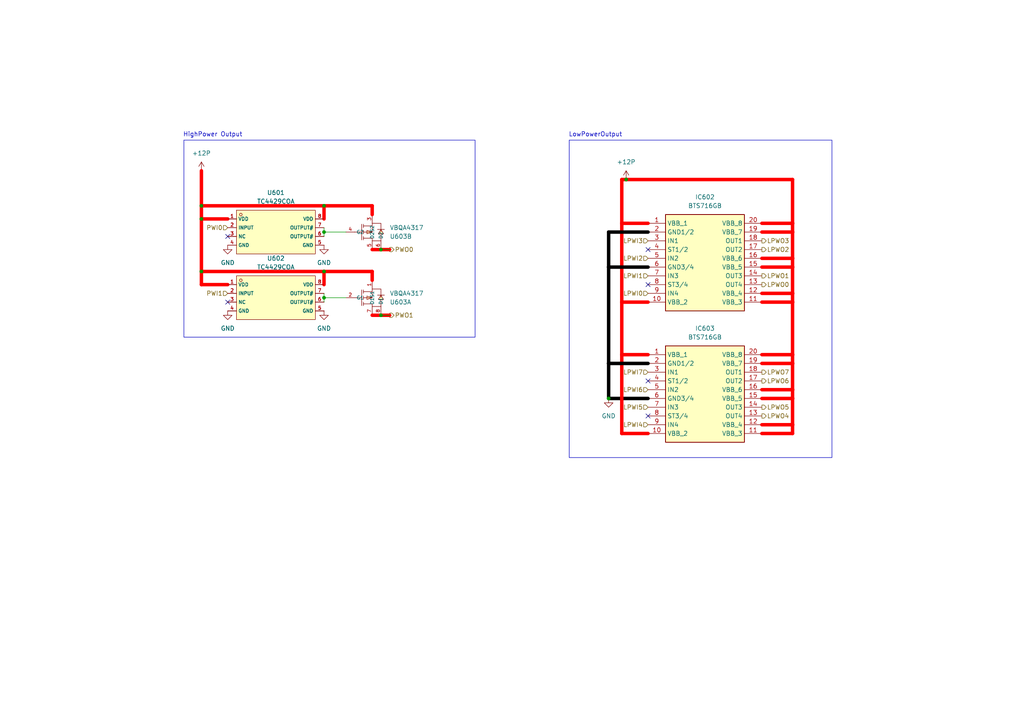
<source format=kicad_sch>
(kicad_sch (version 20250114) (generator "eeschema") (generator_version "9.0")
  (paper "A4")
  (lib_symbols
    (symbol "BTS716GB:BTS716GB"
      (property "Reference" "IC" (at 29.21 7.62 0))
      (property "Value" "BTS716GB" (at 29.21 5.08 0))
      (symbol "BTS716GB_1_1"
        (rectangle (start 5.08 2.54) (end 27.94 -25.4) (stroke (width 0.254)) (fill (type background)))
        (pin passive line (at 0 0 0) (length 5.08) (name "VBB_1") (number "1"))
        (pin passive line (at 0 -2.54 0) (length 5.08) (name "GND1/2") (number "2"))
        (pin passive line (at 0 -5.08 0) (length 5.08) (name "IN1") (number "3"))
        (pin passive line (at 0 -7.62 0) (length 5.08) (name "ST1/2") (number "4"))
        (pin passive line (at 0 -10.16 0) (length 5.08) (name "IN2") (number "5"))
        (pin passive line (at 0 -12.7 0) (length 5.08) (name "GND3/4") (number "6"))
        (pin passive line (at 0 -15.24 0) (length 5.08) (name "IN3") (number "7"))
        (pin passive line (at 0 -17.78 0) (length 5.08) (name "ST3/4") (number "8"))
        (pin passive line (at 0 -20.32 0) (length 5.08) (name "IN4") (number "9"))
        (pin passive line (at 0 -22.86 0) (length 5.08) (name "VBB_2") (number "10"))
        (pin passive line (at 33.02 0 180) (length 5.08) (name "VBB_8") (number "20"))
        (pin passive line (at 33.02 -2.54 180) (length 5.08) (name "VBB_7") (number "19"))
        (pin passive line (at 33.02 -5.08 180) (length 5.08) (name "OUT1") (number "18"))
        (pin passive line (at 33.02 -7.62 180) (length 5.08) (name "OUT2") (number "17"))
        (pin passive line (at 33.02 -10.16 180) (length 5.08) (name "VBB_6") (number "16"))
        (pin passive line (at 33.02 -12.7 180) (length 5.08) (name "VBB_5") (number "15"))
        (pin passive line (at 33.02 -15.24 180) (length 5.08) (name "OUT3") (number "14"))
        (pin passive line (at 33.02 -17.78 180) (length 5.08) (name "OUT4") (number "13"))
        (pin passive line (at 33.02 -20.32 180) (length 5.08) (name "VBB_4") (number "12"))
        (pin passive line (at 33.02 -22.86 180) (length 5.08) (name "VBB_3") (number "11"))
      )
    )
    (symbol "TC4429COA:TC4429COA"
      (property "Reference" "U" (at 0 1.27 0))
      (property "Value" "TC4429COA" (at 0 -2.54 0))
      (symbol "TC4429COA_0_1"
        (rectangle (start -11.43 6.35) (end 11.43 -6.35) (fill (type background)))
        (circle (center -10.16 5.08) (radius 0.381) (fill (type background)))
        (pin unspecified line (at -13.97 3.81 0) (length 2.54) (name "VDD") (number "1"))
        (pin unspecified line (at -13.97 1.27 0) (length 2.54) (name "INPUT") (number "2"))
        (pin unspecified line (at -13.97 -1.27 0) (length 2.54) (name "NC") (number "3"))
        (pin unspecified line (at -13.97 -3.81 0) (length 2.54) (name "GND") (number "4"))
        (pin unspecified line (at 13.97 3.81 180) (length 2.54) (name "VDD") (number "8"))
        (pin unspecified line (at 13.97 1.27 180) (length 2.54) (name "OUTPUT#") (number "7"))
        (pin unspecified line (at 13.97 -1.27 180) (length 2.54) (name "OUTPUT#") (number "6"))
        (pin unspecified line (at 13.97 -3.81 180) (length 2.54) (name "GND") (number "5"))
      )
    )
    (symbol "VBQA4317:VBQA4317"
      (property "Reference" "U" (at 0 1.27 0))
      (property "Value" "VBQA4317" (at 0 -2.54 0))
      (symbol "VBQA4317_1_1"
        (polyline (pts (xy -5.08 0) (xy -3.048 0)))
        (polyline (pts (xy -3.048 2.286) (xy -3.048 -2.286)))
        (polyline (pts (xy -2.54 2.286) (xy -2.54 1.27)))
        (polyline (pts (xy -2.54 1.778) (xy 0 1.778) (xy 0 2.54) (xy 2.54 2.54) (xy 2.54 2.54) (xy 2.54 2.54) (xy 2.54 0.508)))
        (polyline (pts (xy -2.54 0) (xy 0 0) (xy 0 -2.54) (xy 2.54 -2.54) (xy 2.54 0)))
        (polyline (pts (xy -2.54 -0.508) (xy -2.54 0.508)))
        (polyline (pts (xy -2.54 -2.286) (xy -2.54 -1.27)))
        (polyline (pts (xy 0 0) (xy -1.524 0.508) (xy -1.524 -0.508) (xy 0 0)) (fill (type background)))
        (polyline (pts (xy 0 -1.778) (xy -2.54 -1.778)))
        (polyline (pts (xy 2.54 -0.762) (xy 1.778 0.508) (xy 3.302 0.508) (xy 2.54 -0.762)) (fill (type background)))
        (polyline (pts (xy 3.556 -0.762) (xy 3.048 -0.762) (xy 2.032 -0.762) (xy 1.524 -0.762)))
        (pin unspecified line (at -7.62 0 0) (length 2.54) (name "G1") (number "2"))
        (pin unspecified line (at 0 5.08 270) (length 2.54) (name "D1") (number "7"))
        (pin unspecified line (at 0 -5.08 90) (length 2.54) (name "S1") (number "1"))
        (pin unspecified line (at 2.54 5.08 270) (length 2.54) (name "D1") (number "8"))
      )
      (symbol "VBQA4317_2_1"
        (polyline (pts (xy -5.08 0) (xy -3.048 0)))
        (polyline (pts (xy -3.048 2.286) (xy -3.048 -2.286)))
        (polyline (pts (xy -2.54 2.286) (xy -2.54 1.27)))
        (polyline (pts (xy -2.54 1.778) (xy 0 1.778) (xy 0 2.54) (xy 2.54 2.54) (xy 2.54 2.54) (xy 2.54 0.508)))
        (polyline (pts (xy -2.54 0) (xy 0 0) (xy 0 -2.54) (xy 2.54 -2.54) (xy 2.54 0)))
        (polyline (pts (xy -2.54 -0.508) (xy -2.54 0.508)))
        (polyline (pts (xy -2.54 -2.286) (xy -2.54 -1.27)))
        (polyline (pts (xy 0 0) (xy -1.524 0.508) (xy -1.524 -0.508) (xy 0 0)) (fill (type background)))
        (polyline (pts (xy 0 -1.778) (xy -2.54 -1.778)))
        (polyline (pts (xy 2.54 -0.762) (xy 1.778 0.508) (xy 3.302 0.508) (xy 2.54 -0.762)) (fill (type background)))
        (polyline (pts (xy 3.556 -0.762) (xy 3.048 -0.762) (xy 2.032 -0.762) (xy 1.524 -0.762)))
        (pin unspecified line (at -7.62 0 0) (length 2.54) (name "G2") (number "4"))
        (pin unspecified line (at 0 5.08 270) (length 2.54) (name "D2") (number "5"))
        (pin unspecified line (at 0 -5.08 90) (length 2.54) (name "S2") (number "3"))
        (pin unspecified line (at 2.54 5.08 270) (length 2.54) (name "D2") (number "6"))
      )
    )
    (symbol "power:+12P" (power) (pin_numbers (hide yes)) (pin_names (offset 0) (hide yes))
      (property "Value" "+12P" (at 0 3.556 0))
      (symbol "+12P_0_1"
        (polyline (pts (xy -0.762 1.27) (xy 0 2.54)))
        (polyline (pts (xy 0 2.54) (xy 0.762 1.27)))
        (polyline (pts (xy 0 0) (xy 0 2.54)))
      )
      (symbol "+12P_1_1"
        (pin power_in line (at 0 0 90) (length 0) (name "~") (number "1"))
      )
    )
    (symbol "power:GND" (power) (pin_numbers (hide yes)) (pin_names (offset 0) (hide yes))
      (property "Value" "GND" (at 0 -3.81 0))
      (symbol "GND_0_1"
        (polyline (pts (xy 0 0) (xy 0 -1.27) (xy 1.27 -1.27) (xy 0 -2.54) (xy -1.27 -1.27) (xy 0 -1.27)))
      )
      (symbol "GND_1_1"
        (pin power_in line (at 0 0 270) (length 0) (name "~") (number "1"))
      )
    )
  )
  (rectangle (start 165.1 40.64) (end 241.3 132.715))
  (rectangle (start 53.34 40.64) (end 137.795 97.79))
  (text "HighPower Output\n" (at 61.722 39.116 0) (effects (font (size 1.27 1.27))))
  (text "LowPowerOutput\n" (at 172.72 39.116 0) (effects (font (size 1.27 1.27))))
  (junction (at 58.42 63.5))
  (junction (at 93.98 78.74))
  (junction (at 229.87 123.19) (color 255 0 0 1))
  (junction (at 176.53 105.41) (color 0 0 0 1))
  (junction (at 58.42 59.69))
  (junction (at 229.87 115.57) (color 255 0 0 1))
  (junction (at 110.49 91.44))
  (junction (at 93.98 59.69))
  (junction (at 93.98 86.36))
  (junction (at 181.61 52.07))
  (junction (at 180.34 102.87) (color 255 0 0 1))
  (junction (at 180.34 64.77) (color 255 0 0 1))
  (junction (at 229.87 85.09) (color 255 0 0 1))
  (junction (at 229.87 74.93) (color 255 0 0 1))
  (junction (at 110.49 72.39))
  (junction (at 176.53 115.57))
  (junction (at 229.87 102.87) (color 255 0 0 1))
  (junction (at 229.87 113.03) (color 255 0 0 1))
  (junction (at 93.98 67.31))
  (junction (at 229.87 77.47) (color 255 0 0 1))
  (junction (at 229.87 87.63) (color 255 0 0 1))
  (junction (at 180.34 87.63) (color 255 0 0 1))
  (junction (at 229.87 105.41) (color 255 0 0 1))
  (junction (at 229.87 64.77) (color 255 0 0 1))
  (junction (at 229.87 67.31) (color 255 0 0 1))
  (junction (at 176.53 77.47) (color 0 0 0 1))
  (junction (at 58.42 78.74))
  (no_connect (at 66.04 87.63))
  (no_connect (at 187.96 120.65))
  (no_connect (at 187.96 82.55))
  (no_connect (at 66.04 68.58))
  (no_connect (at 187.96 110.49))
  (no_connect (at 187.96 72.39))
  (wire (pts (xy 176.53 105.41) (xy 187.96 105.41)) (stroke (width 1) (color 0 0 0 1)))
  (wire (pts (xy 113.03 91.44) (xy 110.49 91.44)))
  (wire (pts (xy 58.42 59.69) (xy 93.98 59.69)) (stroke (width 1) (color 255 0 0 1)))
  (wire (pts (xy 220.98 87.63) (xy 229.87 87.63)) (stroke (width 1) (color 255 0 0 1)))
  (wire (pts (xy 58.42 63.5) (xy 66.04 63.5)) (stroke (width 1) (color 255 0 0 1)))
  (wire (pts (xy 176.53 77.47) (xy 187.96 77.47)) (stroke (width 1) (color 0 0 0 1)))
  (wire (pts (xy 176.53 77.47) (xy 176.53 105.41)) (stroke (width 1) (color 0 0 0 1)))
  (wire (pts (xy 180.34 102.87) (xy 180.34 125.73)) (stroke (width 1) (color 255 0 0 1)))
  (wire (pts (xy 180.34 52.07) (xy 181.61 52.07)) (stroke (width 1) (color 255 0 0 1)))
  (wire (pts (xy 58.42 59.69) (xy 58.42 63.5)) (stroke (width 1) (color 255 0 0 1)))
  (wire (pts (xy 229.87 115.57) (xy 229.87 123.19)) (stroke (width 1) (color 255 0 0 1)))
  (wire (pts (xy 93.98 86.36) (xy 93.98 87.63)))
  (wire (pts (xy 180.34 87.63) (xy 187.96 87.63)) (stroke (width 1) (color 255 0 0 1)))
  (wire (pts (xy 180.34 102.87) (xy 187.96 102.87)) (stroke (width 1) (color 255 0 0 1)))
  (wire (pts (xy 229.87 77.47) (xy 229.87 85.09)) (stroke (width 1) (color 255 0 0 1)))
  (wire (pts (xy 93.98 86.36) (xy 93.98 85.09)))
  (wire (pts (xy 220.98 74.93) (xy 229.87 74.93)) (stroke (width 1) (color 255 0 0 1)))
  (wire (pts (xy 220.98 115.57) (xy 229.87 115.57)) (stroke (width 1) (color 255 0 0 1)))
  (wire (pts (xy 181.61 52.07) (xy 229.87 52.07)) (stroke (width 1) (color 255 0 0 1)))
  (wire (pts (xy 110.49 91.44) (xy 113.03 91.44)) (stroke (width 1) (color 255 0 0 1)))
  (wire (pts (xy 93.98 59.69) (xy 93.98 63.5)) (stroke (width 1) (color 255 0 0 1)))
  (wire (pts (xy 220.98 64.77) (xy 229.87 64.77)) (stroke (width 1) (color 255 0 0 1)))
  (wire (pts (xy 229.87 87.63) (xy 229.87 102.87)) (stroke (width 1) (color 255 0 0 1)))
  (wire (pts (xy 229.87 67.31) (xy 229.87 74.93)) (stroke (width 1) (color 255 0 0 1)))
  (wire (pts (xy 113.03 72.39) (xy 110.49 72.39)))
  (wire (pts (xy 220.98 123.19) (xy 229.87 123.19)) (stroke (width 1) (color 255 0 0 1)))
  (wire (pts (xy 58.42 63.5) (xy 58.42 78.74)) (stroke (width 1) (color 255 0 0 1)))
  (wire (pts (xy 229.87 74.93) (xy 229.87 77.47)) (stroke (width 1) (color 255 0 0 1)))
  (wire (pts (xy 187.96 125.73) (xy 180.34 125.73)) (stroke (width 1) (color 255 0 0 1)))
  (wire (pts (xy 93.98 66.04) (xy 93.98 67.31)))
  (wire (pts (xy 220.98 113.03) (xy 229.87 113.03)) (stroke (width 1) (color 255 0 0 1)))
  (wire (pts (xy 176.53 115.57) (xy 187.96 115.57)) (stroke (width 1) (color 0 0 0 1)))
  (wire (pts (xy 220.98 105.41) (xy 229.87 105.41)) (stroke (width 1) (color 255 0 0 1)))
  (wire (pts (xy 58.42 82.55) (xy 66.04 82.55)) (stroke (width 1) (color 255 0 0 1)))
  (wire (pts (xy 93.98 67.31) (xy 100.33 67.31)))
  (wire (pts (xy 229.87 85.09) (xy 229.87 87.63)) (stroke (width 1) (color 255 0 0 1)))
  (wire (pts (xy 180.34 52.07) (xy 180.34 64.77)) (stroke (width 1) (color 255 0 0 1)))
  (wire (pts (xy 180.34 87.63) (xy 180.34 64.77)) (stroke (width 1) (color 255 0 0 1)))
  (wire (pts (xy 229.87 113.03) (xy 229.87 115.57)) (stroke (width 1) (color 255 0 0 1)))
  (wire (pts (xy 220.98 77.47) (xy 229.87 77.47)) (stroke (width 1) (color 255 0 0 1)))
  (wire (pts (xy 187.96 67.31) (xy 176.53 67.31)) (stroke (width 1) (color 0 0 0 1)))
  (wire (pts (xy 58.42 78.74) (xy 58.42 82.55)) (stroke (width 1) (color 255 0 0 1)))
  (wire (pts (xy 229.87 64.77) (xy 229.87 67.31)) (stroke (width 1) (color 255 0 0 1)))
  (wire (pts (xy 58.42 49.53) (xy 58.42 59.69)) (stroke (width 1) (color 255 0 0 1)))
  (wire (pts (xy 229.87 105.41) (xy 229.87 113.03)) (stroke (width 1) (color 255 0 0 1)))
  (wire (pts (xy 107.95 91.44) (xy 110.49 91.44)) (stroke (width 1) (color 255 0 0 1)))
  (wire (pts (xy 93.98 78.74) (xy 107.95 78.74)) (stroke (width 1) (color 255 0 0 1)))
  (wire (pts (xy 229.87 123.19) (xy 229.87 125.73)) (stroke (width 1) (color 255 0 0 1)))
  (wire (pts (xy 229.87 102.87) (xy 229.87 105.41)) (stroke (width 1) (color 255 0 0 1)))
  (wire (pts (xy 58.42 78.74) (xy 93.98 78.74)) (stroke (width 1) (color 255 0 0 1)))
  (wire (pts (xy 93.98 59.69) (xy 107.95 59.69)) (stroke (width 1) (color 255 0 0 1)))
  (wire (pts (xy 229.87 52.07) (xy 229.87 64.77)) (stroke (width 1) (color 255 0 0 1)))
  (wire (pts (xy 220.98 67.31) (xy 229.87 67.31)) (stroke (width 1) (color 255 0 0 1)))
  (wire (pts (xy 107.95 59.69) (xy 107.95 62.23)) (stroke (width 1) (color 255 0 0 1)))
  (wire (pts (xy 220.98 102.87) (xy 229.87 102.87)) (stroke (width 1) (color 255 0 0 1)))
  (wire (pts (xy 176.53 67.31) (xy 176.53 77.47)) (stroke (width 1) (color 0 0 0 1)))
  (wire (pts (xy 107.95 72.39) (xy 110.49 72.39)) (stroke (width 1) (color 255 0 0 1)))
  (wire (pts (xy 180.34 64.77) (xy 187.96 64.77)) (stroke (width 1) (color 255 0 0 1)))
  (wire (pts (xy 229.87 125.73) (xy 220.98 125.73)) (stroke (width 1) (color 255 0 0 1)))
  (wire (pts (xy 220.98 85.09) (xy 229.87 85.09)) (stroke (width 1) (color 255 0 0 1)))
  (wire (pts (xy 93.98 78.74) (xy 93.98 82.55)) (stroke (width 1) (color 255 0 0 1)))
  (wire (pts (xy 100.33 86.36) (xy 93.98 86.36)))
  (wire (pts (xy 110.49 72.39) (xy 113.03 72.39)) (stroke (width 1) (color 255 0 0 1)))
  (wire (pts (xy 93.98 67.31) (xy 93.98 68.58)))
  (wire (pts (xy 176.53 105.41) (xy 176.53 115.57)) (stroke (width 1) (color 0 0 0 1)))
  (wire (pts (xy 107.95 78.74) (xy 107.95 81.28)) (stroke (width 1) (color 255 0 0 1)))
  (wire (pts (xy 180.34 87.63) (xy 180.34 102.87)) (stroke (width 1) (color 255 0 0 1)))
  (hierarchical_label "LPWO1" (shape output) (at 220.98 80.01 0))
  (hierarchical_label "LPWO4" (shape output) (at 220.98 120.65 0))
  (hierarchical_label "LPWI1" (shape input) (at 187.96 80.01 180))
  (hierarchical_label "LPWO6" (shape output) (at 220.98 110.49 0))
  (hierarchical_label "LPWO5" (shape output) (at 220.98 118.11 0))
  (hierarchical_label "PWI1" (shape input) (at 66.04 85.09 180))
  (hierarchical_label "LPWO2" (shape output) (at 220.98 72.39 0))
  (hierarchical_label "LPWI0" (shape input) (at 187.96 85.09 180))
  (hierarchical_label "LPWO7" (shape output) (at 220.98 107.95 0))
  (hierarchical_label "LPWI3" (shape input) (at 187.96 69.85 180))
  (hierarchical_label "PWI0" (shape input) (at 66.04 66.04 180))
  (hierarchical_label "LPWO3" (shape output) (at 220.98 69.85 0))
  (hierarchical_label "LPWI4" (shape input) (at 187.96 123.19 180))
  (hierarchical_label "PWO1" (shape output) (at 113.03 91.44 0))
  (hierarchical_label "LPWI5" (shape input) (at 187.96 118.11 180))
  (hierarchical_label "LPWO0" (shape output) (at 220.98 82.55 0))
  (hierarchical_label "LPWI2" (shape input) (at 187.96 74.93 180))
  (hierarchical_label "PWO0" (shape output) (at 113.03 72.39 0))
  (hierarchical_label "LPWI7" (shape input) (at 187.96 107.95 180))
  (hierarchical_label "LPWI6" (shape input) (at 187.96 113.03 180))
  (symbol (lib_id "power:GND") (at 66.04 71.12 0) (unit 1)
    (property "Reference" "#PWR0607" (effects (hide yes)))
    (property "Value" "GND" (at 66.04 76.2 0))
    (property "Description" "Power symbol creates a global label with name \"GND\" , ground" (effects (hide yes)))
  )
  (symbol (lib_id "power:GND") (at 93.98 90.17 0) (unit 1)
    (property "Reference" "#PWR0603" (effects (hide yes)))
    (property "Value" "GND" (at 93.98 95.25 0))
    (property "Description" "Power symbol creates a global label with name \"GND\" , ground" (effects (hide yes)))
  )
  (symbol (lib_id "BTS716GB:BTS716GB") (at 187.96 102.87 0) (unit 1)
    (property "Reference" "IC603" (at 204.47 95.25 0))
    (property "Value" "BTS716GB" (at 204.47 97.79 0))
    (property "Footprint" "SOIC127P1030X265-20N" (effects (hide yes)))
    (property "Datasheet" "https://componentsearchengine.com/Datasheets/2/BTS716GB.pdf" (effects (hide yes)))
    (property "Description" "Power Switch ICs - Power Distribution SMART HI SIDE PWR SWITCH INDUSTRY APP" (effects (hide yes)))
    (property "Height" "2.65" (effects (hide yes)))
    (property "Mouser Part Number" "726-BTS716GB" (effects (hide yes)))
    (property "Mouser Price/Stock" "https://www.mouser.co.uk/ProductDetail/Infineon-Technologies/BTS716GB?qs=MGskQgfwDzvlPVLfTLv72w%3D%3D" (effects (hide yes)))
    (property "Manufacturer_Name" "Infineon" (effects (hide yes)))
    (property "Manufacturer_Part_Number" "BTS716GB" (effects (hide yes)))
  )
  (symbol (lib_id "power:GND") (at 93.98 71.12 0) (unit 1)
    (property "Reference" "#PWR0605" (effects (hide yes)))
    (property "Value" "GND" (at 93.98 76.2 0))
    (property "Description" "Power symbol creates a global label with name \"GND\" , ground" (effects (hide yes)))
  )
  (symbol (lib_id "power:GND") (at 176.53 115.57 0) (unit 1)
    (property "Reference" "#PWR0604" (effects (hide yes)))
    (property "Value" "GND" (at 176.53 120.65 0))
    (property "Description" "Power symbol creates a global label with name \"GND\" , ground" (effects (hide yes)))
  )
  (symbol (lib_id "BTS716GB:BTS716GB") (at 187.96 64.77 0) (unit 1)
    (property "Reference" "IC602" (at 204.47 57.15 0))
    (property "Value" "BTS716GB" (at 204.47 59.69 0))
    (property "Footprint" "SOIC127P1030X265-20N" (effects (hide yes)))
    (property "Datasheet" "https://componentsearchengine.com/Datasheets/2/BTS716GB.pdf" (effects (hide yes)))
    (property "Description" "Power Switch ICs - Power Distribution SMART HI SIDE PWR SWITCH INDUSTRY APP" (effects (hide yes)))
    (property "Height" "2.65" (effects (hide yes)))
    (property "Mouser Part Number" "726-BTS716GB" (effects (hide yes)))
    (property "Mouser Price/Stock" "https://www.mouser.co.uk/ProductDetail/Infineon-Technologies/BTS716GB?qs=MGskQgfwDzvlPVLfTLv72w%3D%3D" (effects (hide yes)))
    (property "Manufacturer_Name" "Infineon" (effects (hide yes)))
    (property "Manufacturer_Part_Number" "BTS716GB" (effects (hide yes)))
  )
  (symbol (lib_id "power:+12P") (at 181.61 52.07 0) (unit 1)
    (property "Reference" "#PWR0601" (effects (hide yes)))
    (property "Value" "+12P" (at 181.61 46.99 0))
    (property "Description" "Power symbol creates a global label with name \"+12P\"" (effects (hide yes)))
  )
  (symbol (lib_id "VBQA4317:VBQA4317") (at 107.95 67.31 0) (mirror x) (unit 2)
    (property "Reference" "U603" (at 113.03 68.5801 0) (effects (justify left)))
    (property "Value" "VBQA4317" (at 113.03 66.0401 0) (effects (justify left)))
    (property "Footprint" "footprint:PDFN-8_L5.9-W5.2-P1.27-LS6.2-BL-1" (effects (hide yes)))
    (property "Datasheet" "https://atta.szlcsc.com/upload/public/pdf/source/20220425/2A717F4376FBA16C052C89E8C32EFFA5.pdf" (effects (hide yes)))
    (property "LCSC" "C7541192" (effects (hide yes)))
  )
  (symbol (lib_id "VBQA4317:VBQA4317") (at 107.95 86.36 0) (mirror x) (unit 1)
    (property "Reference" "U603" (at 113.03 87.6301 0) (effects (justify left)))
    (property "Value" "VBQA4317" (at 113.03 85.0901 0) (effects (justify left)))
    (property "Footprint" "footprint:PDFN-8_L5.9-W5.2-P1.27-LS6.2-BL-1" (effects (hide yes)))
    (property "Datasheet" "https://atta.szlcsc.com/upload/public/pdf/source/20220425/2A717F4376FBA16C052C89E8C32EFFA5.pdf" (effects (hide yes)))
    (property "LCSC" "C7541192" (effects (hide yes)))
  )
  (symbol (lib_id "TC4429COA:TC4429COA") (at 80.01 86.36 0) (unit 1)
    (property "Reference" "U602" (at 80.01 74.93 0))
    (property "Value" "TC4429COA" (at 80.01 77.47 0))
    (property "Footprint" "footprint:SOIC-8_L4.9-W3.9-P1.27-LS6.0-BL" (effects (hide yes)))
    (property "Datasheet" "https://so.szlcsc.com/global.html?c=&k=C9843" (effects (hide yes)))
    (property "LCSC" "C636901" (effects (hide yes)))
  )
  (symbol (lib_id "power:GND") (at 66.04 90.17 0) (unit 1)
    (property "Reference" "#PWR0608" (effects (hide yes)))
    (property "Value" "GND" (at 66.04 95.25 0))
    (property "Description" "Power symbol creates a global label with name \"GND\" , ground" (effects (hide yes)))
  )
  (symbol (lib_id "TC4429COA:TC4429COA") (at 80.01 67.31 0) (unit 1)
    (property "Reference" "U601" (at 80.01 55.88 0))
    (property "Value" "TC4429COA" (at 80.01 58.42 0))
    (property "Footprint" "footprint:SOIC-8_L4.9-W3.9-P1.27-LS6.0-BL" (effects (hide yes)))
    (property "Datasheet" "https://so.szlcsc.com/global.html?c=&k=C9843" (effects (hide yes)))
    (property "LCSC" "C636901" (effects (hide yes)))
  )
  (symbol (lib_id "power:+12P") (at 58.42 49.53 0) (unit 1)
    (property "Reference" "#PWR0602" (effects (hide yes)))
    (property "Value" "+12P" (at 58.42 44.45 0))
    (property "Description" "Power symbol creates a global label with name \"+12P\"" (effects (hide yes)))
  )
)
</source>
